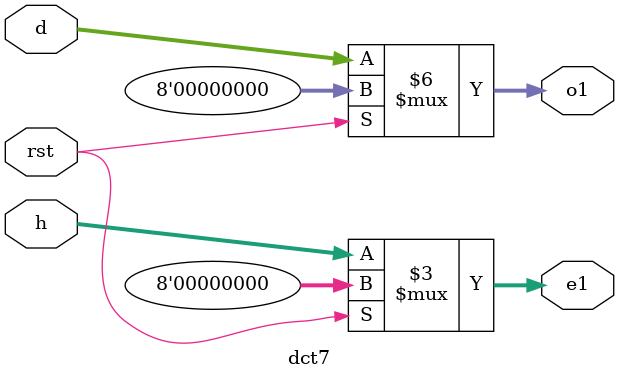
<source format=v>
`timescale 1ns / 1ps
module dct7(
input [7:0] d,h, 
input rst,
output reg [7:0] o1,output reg [7:0] e1 
);
always@(d,h,rst)
begin
  if(rst)
  begin 
   o1<=0;
	e1<=0;
	end
else 
  begin
   o1<=d;
   e1<=h;
end
end
endmodule

</source>
